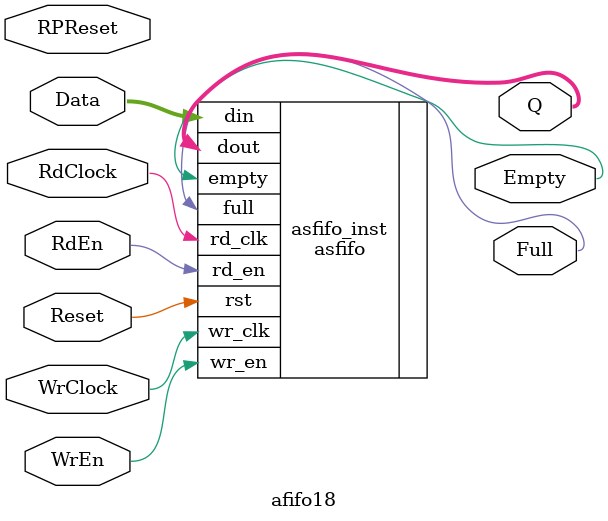
<source format=v>
`default_nettype none
module afifo18 (
	input wire [17:0] Data,
	input wire WrClock,
	input wire RdClock,
	input wire WrEn,
	input wire RdEn,
	input wire Reset,
	input wire RPReset,
	output wire [17:0] Q,
	output wire Empty,
	output wire Full
);

asfifo # (
	.DATA_WIDTH(18),
	.ADDRESS_WIDTH(13)
) asfifo_inst (
	.dout(Q), 
	.empty(Empty),
	.rd_en(RdEn),
	.rd_clk(RdClock),        
	.din(Data),  
	.full(Full),
	.wr_en(WrEn),
	.wr_clk(WrClock),
	.rst(Reset)
);

endmodule
`default_nettype wire

</source>
